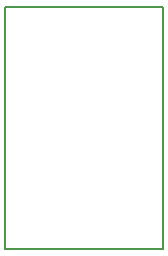
<source format=gbr>
G04 #@! TF.GenerationSoftware,KiCad,Pcbnew,no-vcs-found-01f5a12~58~ubuntu17.04.1*
G04 #@! TF.CreationDate,2017-04-20T18:40:21-07:00*
G04 #@! TF.ProjectId,Reflection_Bridge,5265666C656374696F6E5F4272696467,rev?*
G04 #@! TF.FileFunction,Profile,NP*
%FSLAX46Y46*%
G04 Gerber Fmt 4.6, Leading zero omitted, Abs format (unit mm)*
G04 Created by KiCad (PCBNEW no-vcs-found-01f5a12~58~ubuntu17.04.1) date Thu Apr 20 18:40:21 2017*
%MOMM*%
%LPD*%
G01*
G04 APERTURE LIST*
%ADD10C,0.100000*%
%ADD11C,0.150000*%
G04 APERTURE END LIST*
D10*
D11*
X78600000Y-76300000D02*
X78600000Y-55800000D01*
X92000000Y-76300000D02*
X78600000Y-76300000D01*
X92000000Y-76100000D02*
X92000000Y-76300000D01*
X92000000Y-55800000D02*
X92000000Y-76100000D01*
X78600000Y-55800000D02*
X92000000Y-55800000D01*
M02*

</source>
